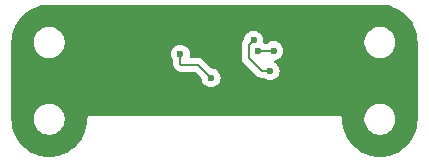
<source format=gbr>
%TF.GenerationSoftware,KiCad,Pcbnew,8.0.8*%
%TF.CreationDate,2025-02-04T17:25:34+01:00*%
%TF.ProjectId,IMU_PCB,494d555f-5043-4422-9e6b-696361645f70,rev?*%
%TF.SameCoordinates,Original*%
%TF.FileFunction,Copper,L2,Bot*%
%TF.FilePolarity,Positive*%
%FSLAX46Y46*%
G04 Gerber Fmt 4.6, Leading zero omitted, Abs format (unit mm)*
G04 Created by KiCad (PCBNEW 8.0.8) date 2025-02-04 17:25:34*
%MOMM*%
%LPD*%
G01*
G04 APERTURE LIST*
%TA.AperFunction,ViaPad*%
%ADD10C,0.600000*%
%TD*%
%TA.AperFunction,ViaPad*%
%ADD11C,0.900000*%
%TD*%
%TA.AperFunction,Conductor*%
%ADD12C,0.200000*%
%TD*%
G04 APERTURE END LIST*
D10*
%TO.N,GND*%
X109025000Y-44500000D03*
X115500000Y-46500000D03*
D11*
X107300000Y-46600000D03*
D10*
X109025000Y-42800000D03*
D11*
X112000000Y-46400000D03*
X123600000Y-43100000D03*
D10*
%TO.N,I2C3_IMU_INT*%
X111600000Y-44500000D03*
X114200000Y-46500000D03*
%TO.N,I2C3_SCL*%
X117800000Y-43300000D03*
X119200000Y-45900000D03*
%TO.N,Net-(U2-CPOUT)*%
X118200000Y-44200000D03*
X119500000Y-44200000D03*
%TD*%
D12*
%TO.N,I2C3_IMU_INT*%
X111700000Y-45400000D02*
X111600000Y-45300000D01*
X111600000Y-45300000D02*
X111600000Y-44500000D01*
X113100000Y-45400000D02*
X111700000Y-45400000D01*
X114200000Y-46500000D02*
X113100000Y-45400000D01*
%TO.N,I2C3_SCL*%
X117800000Y-43300000D02*
X117400000Y-43700000D01*
X118500000Y-45900000D02*
X119200000Y-45900000D01*
X117400000Y-44800000D02*
X118500000Y-45900000D01*
X117400000Y-43700000D02*
X117400000Y-44800000D01*
%TO.N,Net-(U2-CPOUT)*%
X118200000Y-44200000D02*
X119500000Y-44200000D01*
%TD*%
%TA.AperFunction,Conductor*%
%TO.N,GND*%
G36*
X128503243Y-40300669D02*
G01*
X128827952Y-40317687D01*
X128840860Y-40319044D01*
X129158794Y-40369400D01*
X129171478Y-40372095D01*
X129482429Y-40455414D01*
X129494770Y-40459425D01*
X129795282Y-40574780D01*
X129807138Y-40580058D01*
X130093976Y-40726210D01*
X130105192Y-40732686D01*
X130375165Y-40908008D01*
X130385666Y-40915637D01*
X130635836Y-41118221D01*
X130645481Y-41126906D01*
X130873093Y-41354518D01*
X130881778Y-41364163D01*
X131084362Y-41614333D01*
X131091991Y-41624834D01*
X131267310Y-41894802D01*
X131273796Y-41906035D01*
X131419940Y-42192859D01*
X131425219Y-42204717D01*
X131540574Y-42505229D01*
X131544585Y-42517572D01*
X131627902Y-42828515D01*
X131630600Y-42841211D01*
X131680955Y-43159139D01*
X131682312Y-43172047D01*
X131699330Y-43496756D01*
X131699500Y-43503246D01*
X131699500Y-49996643D01*
X131699318Y-50003357D01*
X131681107Y-50339217D01*
X131679655Y-50352564D01*
X131625784Y-50681162D01*
X131622898Y-50694274D01*
X131533815Y-51015125D01*
X131529528Y-51027849D01*
X131406279Y-51337182D01*
X131400641Y-51349368D01*
X131244658Y-51643583D01*
X131237736Y-51655087D01*
X131050875Y-51930686D01*
X131042750Y-51941375D01*
X130827179Y-52195165D01*
X130817945Y-52204913D01*
X130576186Y-52433918D01*
X130565954Y-52442609D01*
X130300871Y-52644121D01*
X130289758Y-52651656D01*
X130004431Y-52823332D01*
X129992568Y-52829621D01*
X129690361Y-52969436D01*
X129677889Y-52974406D01*
X129362329Y-53080731D01*
X129349391Y-53084323D01*
X129024185Y-53155905D01*
X129010936Y-53158077D01*
X128679902Y-53194081D01*
X128666495Y-53194808D01*
X128333505Y-53194808D01*
X128320098Y-53194081D01*
X127989063Y-53158077D01*
X127975814Y-53155905D01*
X127650608Y-53084323D01*
X127637675Y-53080732D01*
X127474201Y-53025651D01*
X127322110Y-52974406D01*
X127309638Y-52969436D01*
X127007431Y-52829621D01*
X126995568Y-52823332D01*
X126989001Y-52819381D01*
X126710241Y-52651656D01*
X126699128Y-52644121D01*
X126434045Y-52442609D01*
X126423813Y-52433918D01*
X126182054Y-52204913D01*
X126172820Y-52195165D01*
X125957249Y-51941375D01*
X125949124Y-51930686D01*
X125762263Y-51655087D01*
X125755341Y-51643583D01*
X125599358Y-51349368D01*
X125593724Y-51337191D01*
X125470466Y-51027835D01*
X125466188Y-51015139D01*
X125377100Y-50694273D01*
X125374215Y-50681162D01*
X125320344Y-50352564D01*
X125318892Y-50339216D01*
X125300682Y-50003356D01*
X125300500Y-49996643D01*
X125300500Y-49952406D01*
X125300499Y-49952400D01*
X125289225Y-49917704D01*
X125287387Y-49911504D01*
X125283464Y-49896861D01*
X127189500Y-49896861D01*
X127189500Y-50103138D01*
X127221769Y-50306877D01*
X127221769Y-50306880D01*
X127285510Y-50503054D01*
X127285512Y-50503057D01*
X127379160Y-50686852D01*
X127500407Y-50853733D01*
X127646267Y-50999593D01*
X127813148Y-51120840D01*
X127996943Y-51214488D01*
X127996945Y-51214489D01*
X128193120Y-51278230D01*
X128193121Y-51278230D01*
X128193124Y-51278231D01*
X128396861Y-51310500D01*
X128396862Y-51310500D01*
X128603138Y-51310500D01*
X128603139Y-51310500D01*
X128806876Y-51278231D01*
X128806879Y-51278230D01*
X128806880Y-51278230D01*
X129003054Y-51214489D01*
X129003054Y-51214488D01*
X129003057Y-51214488D01*
X129186852Y-51120840D01*
X129353733Y-50999593D01*
X129499593Y-50853733D01*
X129620840Y-50686852D01*
X129714488Y-50503057D01*
X129778231Y-50306876D01*
X129810500Y-50103139D01*
X129810500Y-49896861D01*
X129778231Y-49693124D01*
X129778230Y-49693120D01*
X129778230Y-49693119D01*
X129714489Y-49496945D01*
X129620839Y-49313147D01*
X129499593Y-49146267D01*
X129353733Y-49000407D01*
X129186852Y-48879160D01*
X129003054Y-48785510D01*
X128806879Y-48721769D01*
X128654073Y-48697567D01*
X128603139Y-48689500D01*
X128396861Y-48689500D01*
X128328948Y-48700256D01*
X128193122Y-48721769D01*
X128193119Y-48721769D01*
X127996945Y-48785510D01*
X127813147Y-48879160D01*
X127646265Y-49000408D01*
X127500408Y-49146265D01*
X127379160Y-49313147D01*
X127285510Y-49496945D01*
X127221769Y-49693119D01*
X127221769Y-49693122D01*
X127189500Y-49896861D01*
X125283464Y-49896861D01*
X125280021Y-49884011D01*
X125280019Y-49884007D01*
X125276914Y-49876510D01*
X125277205Y-49876389D01*
X125272007Y-49864712D01*
X125271086Y-49861877D01*
X125271083Y-49861871D01*
X125256184Y-49841365D01*
X125249113Y-49830477D01*
X125240459Y-49815488D01*
X125240458Y-49815486D01*
X125236110Y-49811138D01*
X125223474Y-49796344D01*
X125215136Y-49784868D01*
X125215134Y-49784867D01*
X125215134Y-49784866D01*
X125203648Y-49776521D01*
X125188860Y-49763889D01*
X125184512Y-49759541D01*
X125184507Y-49759537D01*
X125169515Y-49750882D01*
X125158632Y-49743814D01*
X125138125Y-49728915D01*
X125138123Y-49728914D01*
X125138119Y-49728912D01*
X125135275Y-49727988D01*
X125123618Y-49722799D01*
X125123499Y-49723089D01*
X125115993Y-49719980D01*
X125109978Y-49718368D01*
X125088501Y-49712613D01*
X125082297Y-49710775D01*
X125074276Y-49708169D01*
X125047598Y-49699500D01*
X125047595Y-49699500D01*
X125039562Y-49699500D01*
X104047595Y-49699500D01*
X103952405Y-49699500D01*
X103952403Y-49699500D01*
X103952399Y-49699501D01*
X103917699Y-49710775D01*
X103911482Y-49712617D01*
X103884007Y-49719979D01*
X103876510Y-49723085D01*
X103876390Y-49722796D01*
X103864727Y-49727987D01*
X103861880Y-49728912D01*
X103861873Y-49728915D01*
X103841364Y-49743816D01*
X103830486Y-49750880D01*
X103815491Y-49759538D01*
X103811133Y-49763896D01*
X103796349Y-49776522D01*
X103784866Y-49784866D01*
X103776525Y-49796346D01*
X103763896Y-49811133D01*
X103759538Y-49815491D01*
X103750880Y-49830486D01*
X103743816Y-49841364D01*
X103728915Y-49861873D01*
X103728912Y-49861880D01*
X103727987Y-49864727D01*
X103722796Y-49876390D01*
X103723085Y-49876510D01*
X103719979Y-49884007D01*
X103712617Y-49911482D01*
X103710775Y-49917699D01*
X103699501Y-49952399D01*
X103699500Y-49952408D01*
X103699500Y-49996643D01*
X103699318Y-50003357D01*
X103681107Y-50339217D01*
X103679655Y-50352564D01*
X103625784Y-50681162D01*
X103622898Y-50694274D01*
X103533815Y-51015125D01*
X103529528Y-51027849D01*
X103406279Y-51337182D01*
X103400641Y-51349368D01*
X103244658Y-51643583D01*
X103237736Y-51655087D01*
X103050875Y-51930686D01*
X103042750Y-51941375D01*
X102827179Y-52195165D01*
X102817945Y-52204913D01*
X102576186Y-52433918D01*
X102565954Y-52442609D01*
X102300871Y-52644121D01*
X102289758Y-52651656D01*
X102004431Y-52823332D01*
X101992568Y-52829621D01*
X101690361Y-52969436D01*
X101677889Y-52974406D01*
X101362329Y-53080731D01*
X101349391Y-53084323D01*
X101024185Y-53155905D01*
X101010936Y-53158077D01*
X100679902Y-53194081D01*
X100666495Y-53194808D01*
X100333505Y-53194808D01*
X100320098Y-53194081D01*
X99989063Y-53158077D01*
X99975814Y-53155905D01*
X99650608Y-53084323D01*
X99637675Y-53080732D01*
X99474201Y-53025651D01*
X99322110Y-52974406D01*
X99309638Y-52969436D01*
X99007431Y-52829621D01*
X98995568Y-52823332D01*
X98989001Y-52819381D01*
X98710241Y-52651656D01*
X98699128Y-52644121D01*
X98434045Y-52442609D01*
X98423813Y-52433918D01*
X98182054Y-52204913D01*
X98172820Y-52195165D01*
X97957249Y-51941375D01*
X97949124Y-51930686D01*
X97762263Y-51655087D01*
X97755341Y-51643583D01*
X97599358Y-51349368D01*
X97593724Y-51337191D01*
X97470466Y-51027835D01*
X97466188Y-51015139D01*
X97377100Y-50694273D01*
X97374215Y-50681162D01*
X97320344Y-50352564D01*
X97318892Y-50339216D01*
X97300682Y-50003356D01*
X97300500Y-49996643D01*
X97300500Y-49896861D01*
X99189500Y-49896861D01*
X99189500Y-50103138D01*
X99221769Y-50306877D01*
X99221769Y-50306880D01*
X99285510Y-50503054D01*
X99285512Y-50503057D01*
X99379160Y-50686852D01*
X99500407Y-50853733D01*
X99646267Y-50999593D01*
X99813148Y-51120840D01*
X99996943Y-51214488D01*
X99996945Y-51214489D01*
X100193120Y-51278230D01*
X100193121Y-51278230D01*
X100193124Y-51278231D01*
X100396861Y-51310500D01*
X100396862Y-51310500D01*
X100603138Y-51310500D01*
X100603139Y-51310500D01*
X100806876Y-51278231D01*
X100806879Y-51278230D01*
X100806880Y-51278230D01*
X101003054Y-51214489D01*
X101003054Y-51214488D01*
X101003057Y-51214488D01*
X101186852Y-51120840D01*
X101353733Y-50999593D01*
X101499593Y-50853733D01*
X101620840Y-50686852D01*
X101714488Y-50503057D01*
X101778231Y-50306876D01*
X101810500Y-50103139D01*
X101810500Y-49896861D01*
X101778231Y-49693124D01*
X101778230Y-49693120D01*
X101778230Y-49693119D01*
X101714489Y-49496945D01*
X101620839Y-49313147D01*
X101499593Y-49146267D01*
X101353733Y-49000407D01*
X101186852Y-48879160D01*
X101003054Y-48785510D01*
X100806879Y-48721769D01*
X100654073Y-48697567D01*
X100603139Y-48689500D01*
X100396861Y-48689500D01*
X100328948Y-48700256D01*
X100193122Y-48721769D01*
X100193119Y-48721769D01*
X99996945Y-48785510D01*
X99813147Y-48879160D01*
X99646265Y-49000408D01*
X99500408Y-49146265D01*
X99379160Y-49313147D01*
X99285510Y-49496945D01*
X99221769Y-49693119D01*
X99221769Y-49693122D01*
X99189500Y-49896861D01*
X97300500Y-49896861D01*
X97300500Y-43503246D01*
X97300670Y-43496756D01*
X97305905Y-43396861D01*
X99189500Y-43396861D01*
X99189500Y-43603138D01*
X99221769Y-43806877D01*
X99221769Y-43806880D01*
X99285510Y-44003054D01*
X99379160Y-44186852D01*
X99500407Y-44353733D01*
X99646267Y-44499593D01*
X99813148Y-44620840D01*
X99972948Y-44702262D01*
X99996945Y-44714489D01*
X100193120Y-44778230D01*
X100193121Y-44778230D01*
X100193124Y-44778231D01*
X100396861Y-44810500D01*
X100396862Y-44810500D01*
X100603138Y-44810500D01*
X100603139Y-44810500D01*
X100806876Y-44778231D01*
X100806879Y-44778230D01*
X100806880Y-44778230D01*
X101003054Y-44714489D01*
X101003054Y-44714488D01*
X101003057Y-44714488D01*
X101186852Y-44620840D01*
X101353178Y-44499996D01*
X110794435Y-44499996D01*
X110794435Y-44500003D01*
X110814630Y-44679249D01*
X110814631Y-44679254D01*
X110874211Y-44849523D01*
X110970185Y-45002263D01*
X110972445Y-45005097D01*
X110973334Y-45007275D01*
X110973889Y-45008158D01*
X110973734Y-45008255D01*
X110998855Y-45069783D01*
X110999500Y-45082412D01*
X110999500Y-45213330D01*
X110999499Y-45213348D01*
X110999499Y-45379054D01*
X110999498Y-45379054D01*
X111040423Y-45531787D01*
X111051215Y-45550477D01*
X111051216Y-45550478D01*
X111119480Y-45668716D01*
X111219480Y-45768716D01*
X111331284Y-45880520D01*
X111331286Y-45880521D01*
X111331290Y-45880524D01*
X111468209Y-45959573D01*
X111468216Y-45959577D01*
X111580019Y-45989534D01*
X111620942Y-46000500D01*
X111620943Y-46000500D01*
X112799903Y-46000500D01*
X112866942Y-46020185D01*
X112887584Y-46036819D01*
X113369298Y-46518533D01*
X113402783Y-46579856D01*
X113404837Y-46592330D01*
X113414630Y-46679249D01*
X113474210Y-46849521D01*
X113570184Y-47002262D01*
X113697738Y-47129816D01*
X113850478Y-47225789D01*
X114020745Y-47285368D01*
X114020750Y-47285369D01*
X114199996Y-47305565D01*
X114200000Y-47305565D01*
X114200004Y-47305565D01*
X114379249Y-47285369D01*
X114379252Y-47285368D01*
X114379255Y-47285368D01*
X114549522Y-47225789D01*
X114702262Y-47129816D01*
X114829816Y-47002262D01*
X114925789Y-46849522D01*
X114985368Y-46679255D01*
X114991392Y-46625789D01*
X115005565Y-46500003D01*
X115005565Y-46499996D01*
X114985369Y-46320750D01*
X114985368Y-46320745D01*
X114925788Y-46150476D01*
X114829815Y-45997737D01*
X114702262Y-45870184D01*
X114549521Y-45774210D01*
X114379249Y-45714630D01*
X114292330Y-45704837D01*
X114227916Y-45677770D01*
X114218533Y-45669298D01*
X113587590Y-45038355D01*
X113587588Y-45038352D01*
X113468717Y-44919481D01*
X113468716Y-44919480D01*
X113398695Y-44879054D01*
X116799498Y-44879054D01*
X116840424Y-45031789D01*
X116840425Y-45031790D01*
X116861455Y-45068214D01*
X116861456Y-45068216D01*
X116919475Y-45168709D01*
X116919481Y-45168717D01*
X117038349Y-45287585D01*
X117038355Y-45287590D01*
X118015139Y-46264374D01*
X118015149Y-46264385D01*
X118019479Y-46268715D01*
X118019480Y-46268716D01*
X118131284Y-46380520D01*
X118204348Y-46422703D01*
X118268215Y-46459577D01*
X118420943Y-46500501D01*
X118420946Y-46500501D01*
X118586653Y-46500501D01*
X118586669Y-46500500D01*
X118617588Y-46500500D01*
X118684627Y-46520185D01*
X118694903Y-46527555D01*
X118697736Y-46529814D01*
X118697738Y-46529816D01*
X118850478Y-46625789D01*
X119003258Y-46679249D01*
X119020745Y-46685368D01*
X119020750Y-46685369D01*
X119199996Y-46705565D01*
X119200000Y-46705565D01*
X119200004Y-46705565D01*
X119379249Y-46685369D01*
X119379252Y-46685368D01*
X119379255Y-46685368D01*
X119549522Y-46625789D01*
X119702262Y-46529816D01*
X119829816Y-46402262D01*
X119925789Y-46249522D01*
X119985368Y-46079255D01*
X119985369Y-46079249D01*
X120005565Y-45900003D01*
X120005565Y-45899996D01*
X119985369Y-45720750D01*
X119985368Y-45720745D01*
X119967162Y-45668716D01*
X119925789Y-45550478D01*
X119914043Y-45531785D01*
X119829815Y-45397737D01*
X119702262Y-45270184D01*
X119702256Y-45270179D01*
X119614460Y-45215013D01*
X119568169Y-45162679D01*
X119557521Y-45093625D01*
X119585896Y-45029777D01*
X119644286Y-44991405D01*
X119666544Y-44986800D01*
X119679255Y-44985368D01*
X119849522Y-44925789D01*
X120002262Y-44829816D01*
X120129816Y-44702262D01*
X120225789Y-44549522D01*
X120285368Y-44379255D01*
X120285369Y-44379249D01*
X120305565Y-44200003D01*
X120305565Y-44199996D01*
X120285369Y-44020750D01*
X120285368Y-44020745D01*
X120279178Y-44003054D01*
X120225789Y-43850478D01*
X120129816Y-43697738D01*
X120002262Y-43570184D01*
X119949501Y-43537032D01*
X119849523Y-43474211D01*
X119679254Y-43414631D01*
X119679249Y-43414630D01*
X119521536Y-43396861D01*
X127189500Y-43396861D01*
X127189500Y-43603138D01*
X127221769Y-43806877D01*
X127221769Y-43806880D01*
X127285510Y-44003054D01*
X127379160Y-44186852D01*
X127500407Y-44353733D01*
X127646267Y-44499593D01*
X127813148Y-44620840D01*
X127972948Y-44702262D01*
X127996945Y-44714489D01*
X128193120Y-44778230D01*
X128193121Y-44778230D01*
X128193124Y-44778231D01*
X128396861Y-44810500D01*
X128396862Y-44810500D01*
X128603138Y-44810500D01*
X128603139Y-44810500D01*
X128806876Y-44778231D01*
X128806879Y-44778230D01*
X128806880Y-44778230D01*
X129003054Y-44714489D01*
X129003054Y-44714488D01*
X129003057Y-44714488D01*
X129186852Y-44620840D01*
X129353733Y-44499593D01*
X129499593Y-44353733D01*
X129620840Y-44186852D01*
X129714488Y-44003057D01*
X129778231Y-43806876D01*
X129810500Y-43603139D01*
X129810500Y-43396861D01*
X129778231Y-43193124D01*
X129778230Y-43193120D01*
X129778230Y-43193119D01*
X129714489Y-42996945D01*
X129686329Y-42941678D01*
X129620840Y-42813148D01*
X129499593Y-42646267D01*
X129353733Y-42500407D01*
X129186852Y-42379160D01*
X129003054Y-42285510D01*
X128806879Y-42221769D01*
X128654073Y-42197567D01*
X128603139Y-42189500D01*
X128396861Y-42189500D01*
X128339116Y-42198646D01*
X128193122Y-42221769D01*
X128193119Y-42221769D01*
X127996945Y-42285510D01*
X127813147Y-42379160D01*
X127646265Y-42500408D01*
X127500408Y-42646265D01*
X127379160Y-42813147D01*
X127285510Y-42996945D01*
X127221769Y-43193119D01*
X127221769Y-43193122D01*
X127189500Y-43396861D01*
X119521536Y-43396861D01*
X119500004Y-43394435D01*
X119499996Y-43394435D01*
X119320750Y-43414630D01*
X119320745Y-43414631D01*
X119150476Y-43474211D01*
X118997736Y-43570185D01*
X118994903Y-43572445D01*
X118992724Y-43573334D01*
X118991842Y-43573889D01*
X118991744Y-43573734D01*
X118930217Y-43598855D01*
X118917588Y-43599500D01*
X118782412Y-43599500D01*
X118715373Y-43579815D01*
X118705097Y-43572445D01*
X118702263Y-43570185D01*
X118702262Y-43570184D01*
X118649498Y-43537030D01*
X118603209Y-43484698D01*
X118592252Y-43418154D01*
X118605565Y-43300002D01*
X118605565Y-43299996D01*
X118585369Y-43120750D01*
X118585368Y-43120745D01*
X118525789Y-42950478D01*
X118429816Y-42797738D01*
X118302262Y-42670184D01*
X118149523Y-42574211D01*
X117979254Y-42514631D01*
X117979249Y-42514630D01*
X117800004Y-42494435D01*
X117799996Y-42494435D01*
X117620750Y-42514630D01*
X117620745Y-42514631D01*
X117450476Y-42574211D01*
X117297737Y-42670184D01*
X117170184Y-42797737D01*
X117074210Y-42950478D01*
X117014630Y-43120750D01*
X117004837Y-43207666D01*
X116977770Y-43272080D01*
X116969300Y-43281462D01*
X116919479Y-43331284D01*
X116871359Y-43414632D01*
X116840424Y-43468212D01*
X116840423Y-43468213D01*
X116836006Y-43484698D01*
X116799499Y-43620943D01*
X116799499Y-43620945D01*
X116799499Y-43789046D01*
X116799500Y-43789059D01*
X116799500Y-44713330D01*
X116799499Y-44713348D01*
X116799499Y-44879054D01*
X116799498Y-44879054D01*
X113398695Y-44879054D01*
X113381904Y-44869360D01*
X113381904Y-44869359D01*
X113381900Y-44869358D01*
X113331785Y-44840423D01*
X113179057Y-44799499D01*
X113020943Y-44799499D01*
X113013347Y-44799499D01*
X113013331Y-44799500D01*
X112510576Y-44799500D01*
X112443537Y-44779815D01*
X112397782Y-44727011D01*
X112387356Y-44661617D01*
X112405565Y-44500003D01*
X112405565Y-44499996D01*
X112385369Y-44320750D01*
X112385368Y-44320745D01*
X112325789Y-44150478D01*
X112229816Y-43997738D01*
X112102262Y-43870184D01*
X112070897Y-43850476D01*
X111949523Y-43774211D01*
X111779254Y-43714631D01*
X111779249Y-43714630D01*
X111600004Y-43694435D01*
X111599996Y-43694435D01*
X111420750Y-43714630D01*
X111420745Y-43714631D01*
X111250476Y-43774211D01*
X111097737Y-43870184D01*
X110970184Y-43997737D01*
X110874211Y-44150476D01*
X110814631Y-44320745D01*
X110814630Y-44320750D01*
X110794435Y-44499996D01*
X101353178Y-44499996D01*
X101353733Y-44499593D01*
X101499593Y-44353733D01*
X101620840Y-44186852D01*
X101714488Y-44003057D01*
X101778231Y-43806876D01*
X101810500Y-43603139D01*
X101810500Y-43396861D01*
X101778231Y-43193124D01*
X101778230Y-43193120D01*
X101778230Y-43193119D01*
X101714489Y-42996945D01*
X101686329Y-42941678D01*
X101620840Y-42813148D01*
X101499593Y-42646267D01*
X101353733Y-42500407D01*
X101186852Y-42379160D01*
X101003054Y-42285510D01*
X100806879Y-42221769D01*
X100654073Y-42197567D01*
X100603139Y-42189500D01*
X100396861Y-42189500D01*
X100339116Y-42198646D01*
X100193122Y-42221769D01*
X100193119Y-42221769D01*
X99996945Y-42285510D01*
X99813147Y-42379160D01*
X99646265Y-42500408D01*
X99500408Y-42646265D01*
X99379160Y-42813147D01*
X99285510Y-42996945D01*
X99221769Y-43193119D01*
X99221769Y-43193122D01*
X99189500Y-43396861D01*
X97305905Y-43396861D01*
X97315820Y-43207666D01*
X97317687Y-43172045D01*
X97319044Y-43159139D01*
X97344733Y-42996945D01*
X97369401Y-42841201D01*
X97372094Y-42828525D01*
X97455416Y-42517564D01*
X97459425Y-42505229D01*
X97461276Y-42500407D01*
X97574784Y-42204707D01*
X97580054Y-42192868D01*
X97726214Y-41906014D01*
X97732680Y-41894815D01*
X97908015Y-41624823D01*
X97915630Y-41614342D01*
X98118229Y-41364153D01*
X98126896Y-41354528D01*
X98354528Y-41126896D01*
X98364153Y-41118229D01*
X98614342Y-40915630D01*
X98624823Y-40908015D01*
X98894815Y-40732680D01*
X98906014Y-40726214D01*
X99192868Y-40580054D01*
X99204707Y-40574784D01*
X99505236Y-40459422D01*
X99517564Y-40455416D01*
X99828525Y-40372094D01*
X99841201Y-40369401D01*
X100159141Y-40319043D01*
X100172045Y-40317687D01*
X100496756Y-40300669D01*
X100503246Y-40300500D01*
X100547595Y-40300500D01*
X128452405Y-40300500D01*
X128496754Y-40300500D01*
X128503243Y-40300669D01*
G37*
%TD.AperFunction*%
%TD*%
M02*

</source>
